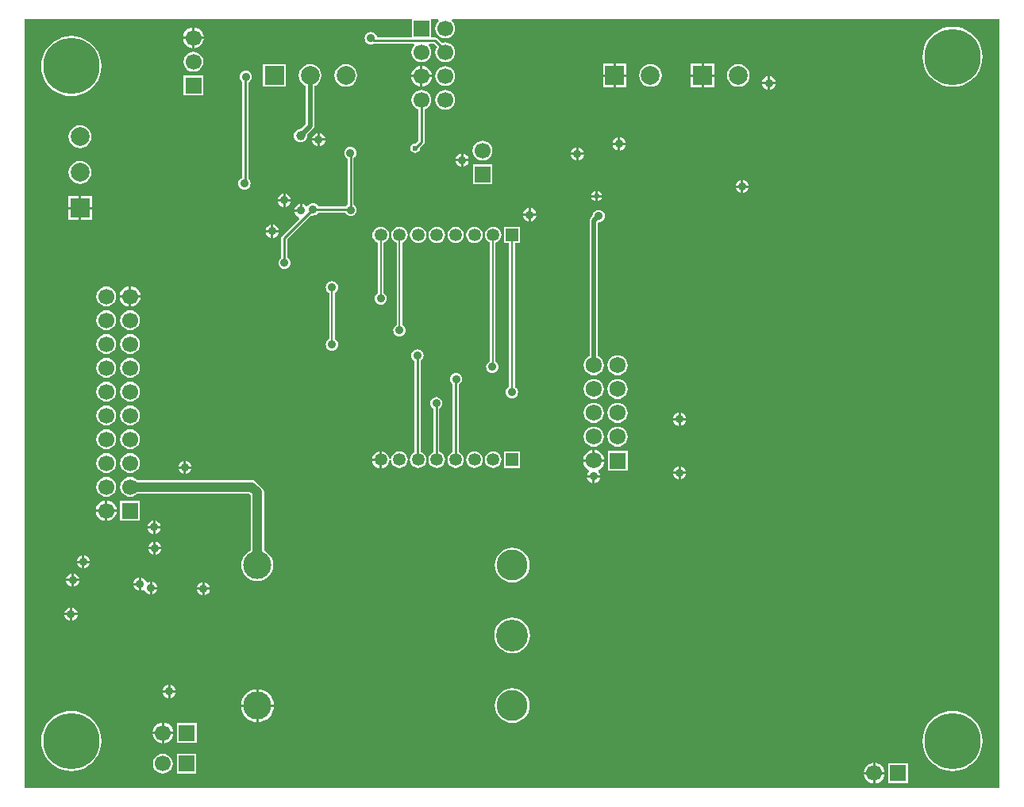
<source format=gbl>
G04*
G04 #@! TF.GenerationSoftware,Altium Limited,Altium Designer,21.4.1 (30)*
G04*
G04 Layer_Physical_Order=2*
G04 Layer_Color=16711680*
%FSLAX44Y44*%
%MOMM*%
G71*
G04*
G04 #@! TF.SameCoordinates,C757E9F2-7087-4A76-99C7-233D7C25EA9E*
G04*
G04*
G04 #@! TF.FilePolarity,Positive*
G04*
G01*
G75*
%ADD10C,0.2000*%
%ADD19C,0.2540*%
%ADD59C,0.5000*%
%ADD60C,1.0000*%
%ADD63C,6.0000*%
%ADD64R,1.7000X1.7000*%
%ADD65C,1.7000*%
%ADD66C,2.0000*%
%ADD67R,2.0000X2.0000*%
%ADD68R,2.0000X2.0000*%
%ADD69C,3.0000*%
%ADD70C,3.3000*%
%ADD71C,3.4000*%
%ADD72R,1.7000X1.7000*%
%ADD73R,1.3500X1.3500*%
%ADD74C,1.3500*%
%ADD75C,1.7250*%
%ADD76R,1.7250X1.7250*%
%ADD77C,0.9000*%
%ADD78C,1.0000*%
%ADD79C,0.6000*%
G36*
X1050000Y10000D02*
X10000D01*
Y830000D01*
X423040D01*
Y810584D01*
X385946D01*
X385833Y811447D01*
X385178Y813028D01*
X384136Y814386D01*
X382778Y815428D01*
X381197Y816083D01*
X379500Y816306D01*
X377803Y816083D01*
X376222Y815428D01*
X374864Y814386D01*
X373822Y813028D01*
X373167Y811447D01*
X372944Y809750D01*
X373167Y808053D01*
X373822Y806472D01*
X374864Y805114D01*
X376222Y804072D01*
X377803Y803417D01*
X379500Y803194D01*
X381197Y803417D01*
X382504Y803959D01*
X382718Y803916D01*
X425017D01*
X425580Y802976D01*
X425842Y801916D01*
X424368Y799995D01*
X423310Y797441D01*
X422949Y794700D01*
X423310Y791959D01*
X424368Y789405D01*
X426051Y787211D01*
X428245Y785528D01*
X430799Y784470D01*
X433540Y784109D01*
X436281Y784470D01*
X438835Y785528D01*
X441029Y787211D01*
X442712Y789405D01*
X443770Y791959D01*
X444131Y794700D01*
X443770Y797441D01*
X442712Y799995D01*
X441238Y801916D01*
X441500Y802976D01*
X442063Y803916D01*
X446599D01*
X450094Y800420D01*
X449768Y799995D01*
X448710Y797441D01*
X448349Y794700D01*
X448710Y791959D01*
X449768Y789405D01*
X451451Y787211D01*
X453645Y785528D01*
X456199Y784470D01*
X458940Y784109D01*
X461681Y784470D01*
X464235Y785528D01*
X466429Y787211D01*
X468112Y789405D01*
X469170Y791959D01*
X469531Y794700D01*
X469170Y797441D01*
X468112Y799995D01*
X466429Y802189D01*
X464235Y803872D01*
X461681Y804930D01*
X458940Y805291D01*
X456199Y804930D01*
X455362Y804583D01*
X450337Y809607D01*
X449256Y810330D01*
X447980Y810584D01*
X444040D01*
Y830000D01*
X451308D01*
X451987Y828000D01*
X451451Y827589D01*
X449768Y825395D01*
X448710Y822841D01*
X448349Y820100D01*
X448710Y817359D01*
X449768Y814805D01*
X451451Y812611D01*
X453645Y810928D01*
X456199Y809870D01*
X458940Y809509D01*
X461681Y809870D01*
X464235Y810928D01*
X466429Y812611D01*
X468112Y814805D01*
X469170Y817359D01*
X469531Y820100D01*
X469170Y822841D01*
X468112Y825395D01*
X466429Y827589D01*
X465893Y828000D01*
X466572Y830000D01*
X1050000D01*
Y10000D01*
D02*
G37*
%LPC*%
G36*
X191520Y821118D02*
Y811420D01*
X201218D01*
X201006Y813032D01*
X199893Y815718D01*
X198124Y818024D01*
X195818Y819793D01*
X193132Y820906D01*
X191520Y821118D01*
D02*
G37*
G36*
X188980D02*
X187368Y820906D01*
X184682Y819793D01*
X182376Y818024D01*
X180607Y815718D01*
X179494Y813032D01*
X179282Y811420D01*
X188980D01*
Y821118D01*
D02*
G37*
G36*
Y808880D02*
X179282D01*
X179494Y807268D01*
X180607Y804582D01*
X182376Y802276D01*
X184682Y800507D01*
X187368Y799394D01*
X188980Y799182D01*
Y808880D01*
D02*
G37*
G36*
X201218D02*
X191520D01*
Y799182D01*
X193132Y799394D01*
X195818Y800507D01*
X198124Y802276D01*
X199893Y804582D01*
X201006Y807268D01*
X201218Y808880D01*
D02*
G37*
G36*
X190250Y795341D02*
X187509Y794980D01*
X184955Y793922D01*
X182761Y792239D01*
X181078Y790045D01*
X180020Y787491D01*
X179659Y784750D01*
X180020Y782009D01*
X181078Y779455D01*
X182761Y777261D01*
X184955Y775578D01*
X187509Y774520D01*
X190250Y774159D01*
X192991Y774520D01*
X195545Y775578D01*
X197739Y777261D01*
X199422Y779455D01*
X200480Y782009D01*
X200841Y784750D01*
X200480Y787491D01*
X199422Y790045D01*
X197739Y792239D01*
X195545Y793922D01*
X192991Y794980D01*
X190250Y795341D01*
D02*
G37*
G36*
X745990Y782540D02*
X734720D01*
Y771270D01*
X745990D01*
Y782540D01*
D02*
G37*
G36*
X732180D02*
X720910D01*
Y771270D01*
X732180D01*
Y782540D01*
D02*
G37*
G36*
X652190D02*
X640920D01*
Y771270D01*
X652190D01*
Y782540D01*
D02*
G37*
G36*
X638380D02*
X627110D01*
Y771270D01*
X638380D01*
Y782540D01*
D02*
G37*
G36*
X434810Y780268D02*
Y770570D01*
X444508D01*
X444296Y772182D01*
X443183Y774868D01*
X441414Y777174D01*
X439108Y778943D01*
X436422Y780056D01*
X434810Y780268D01*
D02*
G37*
G36*
X432270D02*
X430658Y780056D01*
X427972Y778943D01*
X425666Y777174D01*
X423897Y774868D01*
X422784Y772182D01*
X422572Y770570D01*
X432270D01*
Y780268D01*
D02*
G37*
G36*
X805270Y768933D02*
Y763270D01*
X810934D01*
X810859Y763838D01*
X810149Y765550D01*
X809021Y767021D01*
X807550Y768149D01*
X805838Y768859D01*
X805270Y768933D01*
D02*
G37*
G36*
X802730D02*
X802162Y768859D01*
X800450Y768149D01*
X798979Y767021D01*
X797851Y765550D01*
X797141Y763838D01*
X797066Y763270D01*
X802730D01*
Y768933D01*
D02*
G37*
G36*
X458940Y779891D02*
X456199Y779530D01*
X453645Y778472D01*
X451451Y776789D01*
X449768Y774595D01*
X448710Y772041D01*
X448349Y769300D01*
X448710Y766559D01*
X449768Y764005D01*
X451451Y761811D01*
X453645Y760128D01*
X456199Y759070D01*
X458940Y758709D01*
X461681Y759070D01*
X464235Y760128D01*
X466429Y761811D01*
X468112Y764005D01*
X469170Y766559D01*
X469531Y769300D01*
X469170Y772041D01*
X468112Y774595D01*
X466429Y776789D01*
X464235Y778472D01*
X461681Y779530D01*
X458940Y779891D01*
D02*
G37*
G36*
X444508Y768030D02*
X434810D01*
Y758332D01*
X436422Y758544D01*
X439108Y759657D01*
X441414Y761426D01*
X443183Y763732D01*
X444296Y766418D01*
X444508Y768030D01*
D02*
G37*
G36*
X432270D02*
X422572D01*
X422784Y766418D01*
X423897Y763732D01*
X425666Y761426D01*
X427972Y759657D01*
X430658Y758544D01*
X432270Y758332D01*
Y768030D01*
D02*
G37*
G36*
X288650Y782000D02*
X264650D01*
Y758000D01*
X288650D01*
Y782000D01*
D02*
G37*
G36*
X1000000Y822099D02*
X994979Y821704D01*
X990081Y820528D01*
X985427Y818600D01*
X981133Y815969D01*
X977303Y812697D01*
X974031Y808867D01*
X971400Y804573D01*
X969472Y799919D01*
X968296Y795021D01*
X967901Y790000D01*
X968296Y784979D01*
X969472Y780081D01*
X971400Y775427D01*
X974031Y771133D01*
X977303Y767303D01*
X981133Y764031D01*
X985427Y761400D01*
X990081Y759472D01*
X994979Y758296D01*
X1000000Y757901D01*
X1005021Y758296D01*
X1009919Y759472D01*
X1014573Y761400D01*
X1018867Y764031D01*
X1022697Y767303D01*
X1025969Y771133D01*
X1028600Y775427D01*
X1030528Y780081D01*
X1031704Y784979D01*
X1032099Y790000D01*
X1031704Y795021D01*
X1030528Y799919D01*
X1028600Y804573D01*
X1025969Y808867D01*
X1022697Y812697D01*
X1018867Y815969D01*
X1014573Y818600D01*
X1009919Y820528D01*
X1005021Y821704D01*
X1000000Y822099D01*
D02*
G37*
G36*
X771550Y782104D02*
X768417Y781691D01*
X765498Y780482D01*
X762991Y778559D01*
X761068Y776052D01*
X759859Y773133D01*
X759446Y770000D01*
X759859Y766867D01*
X761068Y763948D01*
X762991Y761441D01*
X765498Y759518D01*
X768417Y758309D01*
X771550Y757896D01*
X774683Y758309D01*
X777602Y759518D01*
X780108Y761441D01*
X782032Y763948D01*
X783241Y766867D01*
X783654Y770000D01*
X783241Y773133D01*
X782032Y776052D01*
X780108Y778559D01*
X777602Y780482D01*
X774683Y781691D01*
X771550Y782104D01*
D02*
G37*
G36*
X677750D02*
X674617Y781691D01*
X671698Y780482D01*
X669192Y778559D01*
X667268Y776052D01*
X666059Y773133D01*
X665646Y770000D01*
X666059Y766867D01*
X667268Y763948D01*
X669192Y761441D01*
X671698Y759518D01*
X674617Y758309D01*
X677750Y757896D01*
X680883Y758309D01*
X683802Y759518D01*
X686309Y761441D01*
X688232Y763948D01*
X689441Y766867D01*
X689854Y770000D01*
X689441Y773133D01*
X688232Y776052D01*
X686309Y778559D01*
X683802Y780482D01*
X680883Y781691D01*
X677750Y782104D01*
D02*
G37*
G36*
X352850D02*
X349717Y781691D01*
X346798Y780482D01*
X344291Y778559D01*
X342368Y776052D01*
X341159Y773133D01*
X340746Y770000D01*
X341159Y766867D01*
X342368Y763948D01*
X344291Y761441D01*
X346798Y759518D01*
X349717Y758309D01*
X352850Y757896D01*
X355983Y758309D01*
X358902Y759518D01*
X361409Y761441D01*
X363332Y763948D01*
X364541Y766867D01*
X364953Y770000D01*
X364541Y773133D01*
X363332Y776052D01*
X361409Y778559D01*
X358902Y780482D01*
X355983Y781691D01*
X352850Y782104D01*
D02*
G37*
G36*
X745990Y768730D02*
X734720D01*
Y757460D01*
X745990D01*
Y768730D01*
D02*
G37*
G36*
X732180D02*
X720910D01*
Y757460D01*
X732180D01*
Y768730D01*
D02*
G37*
G36*
X652190D02*
X640920D01*
Y757460D01*
X652190D01*
Y768730D01*
D02*
G37*
G36*
X638380D02*
X627110D01*
Y757460D01*
X638380D01*
Y768730D01*
D02*
G37*
G36*
X810934Y760730D02*
X805270D01*
Y755067D01*
X805838Y755141D01*
X807550Y755851D01*
X809021Y756979D01*
X810149Y758450D01*
X810859Y760162D01*
X810934Y760730D01*
D02*
G37*
G36*
X802730D02*
X797066D01*
X797141Y760162D01*
X797851Y758450D01*
X798979Y756979D01*
X800450Y755851D01*
X802162Y755141D01*
X802730Y755067D01*
Y760730D01*
D02*
G37*
G36*
X200750Y769850D02*
X179750D01*
Y748850D01*
X200750D01*
Y769850D01*
D02*
G37*
G36*
X60000Y812099D02*
X54979Y811704D01*
X50081Y810528D01*
X45427Y808600D01*
X41133Y805969D01*
X37303Y802697D01*
X34031Y798867D01*
X31400Y794573D01*
X29472Y789919D01*
X28296Y785021D01*
X27901Y780000D01*
X28296Y774979D01*
X29472Y770081D01*
X31400Y765427D01*
X34031Y761133D01*
X37303Y757303D01*
X41133Y754031D01*
X45427Y751400D01*
X50081Y749472D01*
X54979Y748296D01*
X60000Y747901D01*
X65021Y748296D01*
X69919Y749472D01*
X74573Y751400D01*
X78867Y754031D01*
X82697Y757303D01*
X85969Y761133D01*
X88600Y765427D01*
X90528Y770081D01*
X91704Y774979D01*
X92099Y780000D01*
X91704Y785021D01*
X90528Y789919D01*
X88600Y794573D01*
X85969Y798867D01*
X82697Y802697D01*
X78867Y805969D01*
X74573Y808600D01*
X69919Y810528D01*
X65021Y811704D01*
X60000Y812099D01*
D02*
G37*
G36*
X458940Y754491D02*
X456199Y754130D01*
X453645Y753072D01*
X451451Y751389D01*
X449768Y749195D01*
X448710Y746641D01*
X448349Y743900D01*
X448710Y741159D01*
X449768Y738605D01*
X451451Y736411D01*
X453645Y734728D01*
X456199Y733670D01*
X458940Y733309D01*
X461681Y733670D01*
X464235Y734728D01*
X466429Y736411D01*
X468112Y738605D01*
X469170Y741159D01*
X469531Y743900D01*
X469170Y746641D01*
X468112Y749195D01*
X466429Y751389D01*
X464235Y753072D01*
X461681Y754130D01*
X458940Y754491D01*
D02*
G37*
G36*
X314750Y782104D02*
X311617Y781691D01*
X308698Y780482D01*
X306192Y778559D01*
X304268Y776052D01*
X303059Y773133D01*
X302646Y770000D01*
X303059Y766867D01*
X304268Y763948D01*
X306192Y761441D01*
X308698Y759518D01*
X310162Y758912D01*
Y718150D01*
X305005Y712994D01*
X304500Y713060D01*
X302673Y712820D01*
X300970Y712114D01*
X299508Y710993D01*
X298386Y709530D01*
X297680Y707827D01*
X297440Y706000D01*
X297680Y704173D01*
X298386Y702470D01*
X299508Y701008D01*
X300970Y699885D01*
X302673Y699180D01*
X304500Y698940D01*
X306327Y699180D01*
X308030Y699885D01*
X309492Y701008D01*
X310614Y702470D01*
X311320Y704173D01*
X311560Y706000D01*
X311494Y706505D01*
X317994Y713006D01*
X318989Y714494D01*
X319338Y716250D01*
Y758912D01*
X320802Y759518D01*
X323308Y761441D01*
X325232Y763948D01*
X326441Y766867D01*
X326854Y770000D01*
X326441Y773133D01*
X325232Y776052D01*
X323308Y778559D01*
X320802Y780482D01*
X317883Y781691D01*
X314750Y782104D01*
D02*
G37*
G36*
X325200Y708644D02*
Y702980D01*
X330864D01*
X330789Y703548D01*
X330079Y705260D01*
X328951Y706731D01*
X327480Y707859D01*
X325768Y708569D01*
X325200Y708644D01*
D02*
G37*
G36*
X322660D02*
X322092Y708569D01*
X320380Y707859D01*
X318909Y706731D01*
X317781Y705260D01*
X317071Y703548D01*
X316996Y702980D01*
X322660D01*
Y708644D01*
D02*
G37*
G36*
X645420Y703904D02*
Y698240D01*
X651084D01*
X651009Y698808D01*
X650299Y700520D01*
X649171Y701991D01*
X647700Y703119D01*
X645988Y703829D01*
X645420Y703904D01*
D02*
G37*
G36*
X642880D02*
X642312Y703829D01*
X640600Y703119D01*
X639129Y701991D01*
X638001Y700520D01*
X637291Y698808D01*
X637216Y698240D01*
X642880D01*
Y703904D01*
D02*
G37*
G36*
X433540Y754491D02*
X430799Y754130D01*
X428245Y753072D01*
X426051Y751389D01*
X424368Y749195D01*
X423310Y746641D01*
X422949Y743900D01*
X423310Y741159D01*
X424368Y738605D01*
X426051Y736411D01*
X428245Y734728D01*
X430206Y733916D01*
Y700671D01*
X427069Y697534D01*
X426750Y697598D01*
X424799Y697210D01*
X423145Y696105D01*
X422040Y694451D01*
X421652Y692500D01*
X422040Y690549D01*
X423145Y688895D01*
X424799Y687790D01*
X426750Y687402D01*
X428701Y687790D01*
X430355Y688895D01*
X431460Y690549D01*
X431848Y692500D01*
X431784Y692819D01*
X435897Y696933D01*
X436620Y698014D01*
X436874Y699290D01*
Y733916D01*
X438835Y734728D01*
X441029Y736411D01*
X442712Y738605D01*
X443770Y741159D01*
X444131Y743900D01*
X443770Y746641D01*
X442712Y749195D01*
X441029Y751389D01*
X438835Y753072D01*
X436281Y754130D01*
X433540Y754491D01*
D02*
G37*
G36*
X330864Y700440D02*
X325200D01*
Y694777D01*
X325768Y694851D01*
X327480Y695561D01*
X328951Y696689D01*
X330079Y698160D01*
X330789Y699872D01*
X330864Y700440D01*
D02*
G37*
G36*
X322660D02*
X316996D01*
X317071Y699872D01*
X317781Y698160D01*
X318909Y696689D01*
X320380Y695561D01*
X322092Y694851D01*
X322660Y694777D01*
Y700440D01*
D02*
G37*
G36*
X69250Y716854D02*
X66117Y716441D01*
X63198Y715232D01*
X60691Y713308D01*
X58768Y710802D01*
X57559Y707883D01*
X57146Y704750D01*
X57559Y701617D01*
X58768Y698698D01*
X60691Y696191D01*
X63198Y694268D01*
X66117Y693059D01*
X69250Y692646D01*
X72383Y693059D01*
X75302Y694268D01*
X77808Y696191D01*
X79732Y698698D01*
X80941Y701617D01*
X81354Y704750D01*
X80941Y707883D01*
X79732Y710802D01*
X77808Y713308D01*
X75302Y715232D01*
X72383Y716441D01*
X69250Y716854D01*
D02*
G37*
G36*
X651084Y695700D02*
X645420D01*
Y690036D01*
X645988Y690111D01*
X647700Y690821D01*
X649171Y691949D01*
X650299Y693420D01*
X651009Y695132D01*
X651084Y695700D01*
D02*
G37*
G36*
X642880D02*
X637216D01*
X637291Y695132D01*
X638001Y693420D01*
X639129Y691949D01*
X640600Y690821D01*
X642312Y690111D01*
X642880Y690036D01*
Y695700D01*
D02*
G37*
G36*
X601060Y693254D02*
Y687590D01*
X606724D01*
X606649Y688158D01*
X605939Y689870D01*
X604811Y691341D01*
X603340Y692469D01*
X601628Y693179D01*
X601060Y693254D01*
D02*
G37*
G36*
X598520D02*
X597952Y693179D01*
X596240Y692469D01*
X594769Y691341D01*
X593641Y689870D01*
X592931Y688158D01*
X592856Y687590D01*
X598520D01*
Y693254D01*
D02*
G37*
G36*
X478270Y686764D02*
Y681100D01*
X483934D01*
X483859Y681668D01*
X483149Y683380D01*
X482021Y684851D01*
X480550Y685979D01*
X478838Y686689D01*
X478270Y686764D01*
D02*
G37*
G36*
X475730D02*
X475162Y686689D01*
X473450Y685979D01*
X471979Y684851D01*
X470851Y683380D01*
X470141Y681668D01*
X470066Y681100D01*
X475730D01*
Y686764D01*
D02*
G37*
G36*
X606724Y685050D02*
X601060D01*
Y679387D01*
X601628Y679461D01*
X603340Y680171D01*
X604811Y681299D01*
X605939Y682770D01*
X606649Y684482D01*
X606724Y685050D01*
D02*
G37*
G36*
X598520D02*
X592856D01*
X592931Y684482D01*
X593641Y682770D01*
X594769Y681299D01*
X596240Y680171D01*
X597952Y679461D01*
X598520Y679387D01*
Y685050D01*
D02*
G37*
G36*
X498750Y700541D02*
X496009Y700180D01*
X493455Y699122D01*
X491261Y697439D01*
X489578Y695245D01*
X488520Y692691D01*
X488159Y689950D01*
X488520Y687209D01*
X489578Y684655D01*
X491261Y682461D01*
X493455Y680778D01*
X496009Y679720D01*
X498750Y679359D01*
X501491Y679720D01*
X504045Y680778D01*
X506239Y682461D01*
X507922Y684655D01*
X508980Y687209D01*
X509341Y689950D01*
X508980Y692691D01*
X507922Y695245D01*
X506239Y697439D01*
X504045Y699122D01*
X501491Y700180D01*
X498750Y700541D01*
D02*
G37*
G36*
X483934Y678560D02*
X478270D01*
Y672896D01*
X478838Y672971D01*
X480550Y673681D01*
X482021Y674809D01*
X483149Y676280D01*
X483859Y677992D01*
X483934Y678560D01*
D02*
G37*
G36*
X475730D02*
X470066D01*
X470141Y677992D01*
X470851Y676280D01*
X471979Y674809D01*
X473450Y673681D01*
X475162Y672971D01*
X475730Y672896D01*
Y678560D01*
D02*
G37*
G36*
X69250Y678754D02*
X66117Y678341D01*
X63198Y677132D01*
X60691Y675209D01*
X58768Y672702D01*
X57559Y669783D01*
X57146Y666650D01*
X57559Y663517D01*
X58768Y660598D01*
X60691Y658092D01*
X63198Y656168D01*
X66117Y654959D01*
X69250Y654547D01*
X72383Y654959D01*
X75302Y656168D01*
X77808Y658092D01*
X79732Y660598D01*
X80941Y663517D01*
X81354Y666650D01*
X80941Y669783D01*
X79732Y672702D01*
X77808Y675209D01*
X75302Y677132D01*
X72383Y678341D01*
X69250Y678754D01*
D02*
G37*
G36*
X509250Y675050D02*
X488250D01*
Y654050D01*
X509250D01*
Y675050D01*
D02*
G37*
G36*
X776810Y658503D02*
Y652840D01*
X782474D01*
X782399Y653408D01*
X781689Y655120D01*
X780561Y656591D01*
X779090Y657719D01*
X777378Y658429D01*
X776810Y658503D01*
D02*
G37*
G36*
X774270D02*
X773702Y658429D01*
X771990Y657719D01*
X770519Y656591D01*
X769391Y655120D01*
X768681Y653408D01*
X768606Y652840D01*
X774270D01*
Y658503D01*
D02*
G37*
G36*
X246250Y775306D02*
X244553Y775083D01*
X242972Y774428D01*
X241614Y773386D01*
X240572Y772028D01*
X239917Y770447D01*
X239694Y768750D01*
X239917Y767053D01*
X240572Y765472D01*
X241614Y764114D01*
X242131Y763718D01*
Y660770D01*
X241402Y660468D01*
X240044Y659426D01*
X239002Y658068D01*
X238347Y656487D01*
X238124Y654790D01*
X238347Y653093D01*
X239002Y651512D01*
X240044Y650154D01*
X241402Y649112D01*
X242983Y648457D01*
X244680Y648234D01*
X246377Y648457D01*
X247958Y649112D01*
X249316Y650154D01*
X250358Y651512D01*
X251013Y653093D01*
X251236Y654790D01*
X251013Y656487D01*
X250358Y658068D01*
X249316Y659426D01*
X248799Y659822D01*
Y762770D01*
X249528Y763072D01*
X250886Y764114D01*
X251928Y765472D01*
X252583Y767053D01*
X252806Y768750D01*
X252583Y770447D01*
X251928Y772028D01*
X250886Y773386D01*
X249528Y774428D01*
X247947Y775083D01*
X246250Y775306D01*
D02*
G37*
G36*
X782474Y650300D02*
X776810D01*
Y644637D01*
X777378Y644711D01*
X779090Y645421D01*
X780561Y646549D01*
X781689Y648020D01*
X782399Y649732D01*
X782474Y650300D01*
D02*
G37*
G36*
X774270D02*
X768606D01*
X768681Y649732D01*
X769391Y648020D01*
X770519Y646549D01*
X771990Y645421D01*
X773702Y644711D01*
X774270Y644637D01*
Y650300D01*
D02*
G37*
G36*
X621560Y646716D02*
Y642590D01*
X625686D01*
X625509Y643482D01*
X624284Y645314D01*
X622452Y646539D01*
X621560Y646716D01*
D02*
G37*
G36*
X619020D02*
X618128Y646539D01*
X616296Y645314D01*
X615071Y643482D01*
X614894Y642590D01*
X619020D01*
Y646716D01*
D02*
G37*
G36*
X288450Y643724D02*
Y638060D01*
X294114D01*
X294039Y638628D01*
X293329Y640340D01*
X292201Y641811D01*
X290730Y642939D01*
X289018Y643649D01*
X288450Y643724D01*
D02*
G37*
G36*
X285910D02*
X285342Y643649D01*
X283630Y642939D01*
X282159Y641811D01*
X281031Y640340D01*
X280321Y638628D01*
X280247Y638060D01*
X285910D01*
Y643724D01*
D02*
G37*
G36*
X625686Y640050D02*
X621560D01*
Y635924D01*
X622452Y636101D01*
X624284Y637326D01*
X625509Y639158D01*
X625686Y640050D01*
D02*
G37*
G36*
X619020D02*
X614894D01*
X615071Y639158D01*
X616296Y637326D01*
X618128Y636101D01*
X619020Y635924D01*
Y640050D01*
D02*
G37*
G36*
X357680Y693846D02*
X355983Y693623D01*
X354402Y692968D01*
X353044Y691926D01*
X352002Y690568D01*
X351347Y688987D01*
X351124Y687290D01*
X351347Y685593D01*
X352002Y684012D01*
X353044Y682654D01*
X354402Y681612D01*
X354471Y681584D01*
Y632079D01*
X353294Y631176D01*
X352499Y630139D01*
X323694D01*
X323608Y630348D01*
X322566Y631706D01*
X321208Y632748D01*
X319627Y633403D01*
X317930Y633626D01*
X316233Y633403D01*
X314652Y632748D01*
X313294Y631706D01*
X312665Y630886D01*
X310858Y630624D01*
X310252Y630745D01*
X310201Y630811D01*
X308730Y631939D01*
X307018Y632649D01*
X306450Y632724D01*
Y625790D01*
X305180D01*
Y624520D01*
X298246D01*
X298321Y623952D01*
X299031Y622240D01*
X300159Y620769D01*
X301630Y619641D01*
X302568Y619252D01*
X303228Y617083D01*
X285093Y598947D01*
X284370Y597866D01*
X284116Y596590D01*
Y575555D01*
X282814Y574556D01*
X281772Y573198D01*
X281117Y571617D01*
X280894Y569920D01*
X281117Y568223D01*
X281772Y566642D01*
X282814Y565284D01*
X284172Y564242D01*
X285753Y563587D01*
X287450Y563364D01*
X289147Y563587D01*
X290728Y564242D01*
X292086Y565284D01*
X293128Y566642D01*
X293783Y568223D01*
X294006Y569920D01*
X293783Y571617D01*
X293128Y573198D01*
X292086Y574556D01*
X290784Y575555D01*
Y595209D01*
X316303Y620728D01*
X317930Y620514D01*
X319627Y620737D01*
X321208Y621392D01*
X322566Y622434D01*
X323361Y623471D01*
X352166D01*
X352252Y623262D01*
X353294Y621904D01*
X354652Y620862D01*
X356233Y620207D01*
X357930Y619984D01*
X359627Y620207D01*
X361208Y620862D01*
X362566Y621904D01*
X363608Y623262D01*
X364263Y624843D01*
X364486Y626540D01*
X364263Y628237D01*
X363608Y629818D01*
X362566Y631176D01*
X361208Y632218D01*
X361139Y632246D01*
Y681751D01*
X362316Y682654D01*
X363358Y684012D01*
X364013Y685593D01*
X364236Y687290D01*
X364013Y688987D01*
X363358Y690568D01*
X362316Y691926D01*
X360958Y692968D01*
X359377Y693623D01*
X357680Y693846D01*
D02*
G37*
G36*
X294114Y635520D02*
X288450D01*
Y629856D01*
X289018Y629931D01*
X290730Y630641D01*
X292201Y631769D01*
X293329Y633240D01*
X294039Y634952D01*
X294114Y635520D01*
D02*
G37*
G36*
X285910D02*
X280247D01*
X280321Y634952D01*
X281031Y633240D01*
X282159Y631769D01*
X283630Y630641D01*
X285342Y629931D01*
X285910Y629856D01*
Y635520D01*
D02*
G37*
G36*
X81790Y641090D02*
X70520D01*
Y629820D01*
X81790D01*
Y641090D01*
D02*
G37*
G36*
X67980D02*
X56710D01*
Y629820D01*
X67980D01*
Y641090D01*
D02*
G37*
G36*
X303910Y632724D02*
X303342Y632649D01*
X301630Y631939D01*
X300159Y630811D01*
X299031Y629340D01*
X298321Y627628D01*
X298246Y627060D01*
X303910D01*
Y632724D01*
D02*
G37*
G36*
X550300Y628464D02*
Y622800D01*
X555964D01*
X555889Y623368D01*
X555179Y625080D01*
X554051Y626551D01*
X552580Y627679D01*
X550868Y628389D01*
X550300Y628464D01*
D02*
G37*
G36*
X547760D02*
X547192Y628389D01*
X545480Y627679D01*
X544009Y626551D01*
X542881Y625080D01*
X542171Y623368D01*
X542096Y622800D01*
X547760D01*
Y628464D01*
D02*
G37*
G36*
X81790Y627280D02*
X70520D01*
Y616010D01*
X81790D01*
Y627280D01*
D02*
G37*
G36*
X67980D02*
X56710D01*
Y616010D01*
X67980D01*
Y627280D01*
D02*
G37*
G36*
X555964Y620260D02*
X550300D01*
Y614596D01*
X550868Y614671D01*
X552580Y615381D01*
X554051Y616509D01*
X555179Y617980D01*
X555889Y619692D01*
X555964Y620260D01*
D02*
G37*
G36*
X547760D02*
X542096D01*
X542171Y619692D01*
X542881Y617980D01*
X544009Y616509D01*
X545480Y615381D01*
X547192Y614671D01*
X547760Y614596D01*
Y620260D01*
D02*
G37*
G36*
X275450Y610723D02*
Y605060D01*
X281114D01*
X281039Y605628D01*
X280329Y607340D01*
X279201Y608811D01*
X277730Y609939D01*
X276018Y610649D01*
X275450Y610723D01*
D02*
G37*
G36*
X272910D02*
X272342Y610649D01*
X270630Y609939D01*
X269159Y608811D01*
X268031Y607340D01*
X267321Y605628D01*
X267246Y605060D01*
X272910D01*
Y610723D01*
D02*
G37*
G36*
X281114Y602520D02*
X275450D01*
Y596856D01*
X276018Y596931D01*
X277730Y597641D01*
X279201Y598769D01*
X280329Y600240D01*
X281039Y601952D01*
X281114Y602520D01*
D02*
G37*
G36*
X272910D02*
X267246D01*
X267321Y601952D01*
X268031Y600240D01*
X269159Y598769D01*
X270630Y597641D01*
X272342Y596931D01*
X272910Y596856D01*
Y602520D01*
D02*
G37*
G36*
X490000Y608825D02*
X487716Y608525D01*
X485587Y607643D01*
X483759Y606241D01*
X482357Y604413D01*
X481475Y602284D01*
X481175Y600000D01*
X481475Y597716D01*
X482357Y595587D01*
X483759Y593759D01*
X485587Y592357D01*
X487716Y591475D01*
X490000Y591175D01*
X492284Y591475D01*
X494413Y592357D01*
X496241Y593759D01*
X497643Y595587D01*
X498525Y597716D01*
X498825Y600000D01*
X498525Y602284D01*
X497643Y604413D01*
X496241Y606241D01*
X494413Y607643D01*
X492284Y608525D01*
X490000Y608825D01*
D02*
G37*
G36*
X470000D02*
X467716Y608525D01*
X465587Y607643D01*
X463759Y606241D01*
X462357Y604413D01*
X461475Y602284D01*
X461175Y600000D01*
X461475Y597716D01*
X462357Y595587D01*
X463759Y593759D01*
X465587Y592357D01*
X467716Y591475D01*
X470000Y591175D01*
X472284Y591475D01*
X474413Y592357D01*
X476241Y593759D01*
X477643Y595587D01*
X478525Y597716D01*
X478825Y600000D01*
X478525Y602284D01*
X477643Y604413D01*
X476241Y606241D01*
X474413Y607643D01*
X472284Y608525D01*
X470000Y608825D01*
D02*
G37*
G36*
X450000D02*
X447716Y608525D01*
X445587Y607643D01*
X443759Y606241D01*
X442357Y604413D01*
X441475Y602284D01*
X441175Y600000D01*
X441475Y597716D01*
X442357Y595587D01*
X443759Y593759D01*
X445587Y592357D01*
X447716Y591475D01*
X450000Y591175D01*
X452284Y591475D01*
X454413Y592357D01*
X456241Y593759D01*
X457643Y595587D01*
X458525Y597716D01*
X458825Y600000D01*
X458525Y602284D01*
X457643Y604413D01*
X456241Y606241D01*
X454413Y607643D01*
X452284Y608525D01*
X450000Y608825D01*
D02*
G37*
G36*
X430000D02*
X427716Y608525D01*
X425587Y607643D01*
X423759Y606241D01*
X422357Y604413D01*
X421475Y602284D01*
X421175Y600000D01*
X421475Y597716D01*
X422357Y595587D01*
X423759Y593759D01*
X425587Y592357D01*
X427716Y591475D01*
X430000Y591175D01*
X432284Y591475D01*
X434413Y592357D01*
X436241Y593759D01*
X437643Y595587D01*
X438525Y597716D01*
X438825Y600000D01*
X438525Y602284D01*
X437643Y604413D01*
X436241Y606241D01*
X434413Y607643D01*
X432284Y608525D01*
X430000Y608825D01*
D02*
G37*
G36*
X123970Y545268D02*
Y535570D01*
X133668D01*
X133456Y537182D01*
X132343Y539868D01*
X130574Y542174D01*
X128268Y543943D01*
X125582Y545056D01*
X123970Y545268D01*
D02*
G37*
G36*
X121430D02*
X119818Y545056D01*
X117132Y543943D01*
X114826Y542174D01*
X113057Y539868D01*
X111944Y537182D01*
X111732Y535570D01*
X121430D01*
Y545268D01*
D02*
G37*
G36*
X390000Y608825D02*
X387716Y608525D01*
X385587Y607643D01*
X383759Y606241D01*
X382357Y604413D01*
X381475Y602284D01*
X381175Y600000D01*
X381475Y597716D01*
X382357Y595587D01*
X383759Y593759D01*
X385587Y592357D01*
X386941Y591796D01*
Y537769D01*
X386722Y537678D01*
X385364Y536636D01*
X384322Y535278D01*
X383667Y533697D01*
X383444Y532000D01*
X383667Y530303D01*
X384322Y528722D01*
X385364Y527364D01*
X386722Y526322D01*
X388303Y525667D01*
X390000Y525444D01*
X391697Y525667D01*
X393278Y526322D01*
X394636Y527364D01*
X395678Y528722D01*
X396333Y530303D01*
X396556Y532000D01*
X396333Y533697D01*
X395678Y535278D01*
X394636Y536636D01*
X393278Y537678D01*
X393059Y537769D01*
Y591796D01*
X394413Y592357D01*
X396241Y593759D01*
X397643Y595587D01*
X398525Y597716D01*
X398825Y600000D01*
X398525Y602284D01*
X397643Y604413D01*
X396241Y606241D01*
X394413Y607643D01*
X392284Y608525D01*
X390000Y608825D01*
D02*
G37*
G36*
X97300Y544891D02*
X94559Y544530D01*
X92005Y543472D01*
X89811Y541789D01*
X88128Y539595D01*
X87070Y537041D01*
X86709Y534300D01*
X87070Y531559D01*
X88128Y529005D01*
X89811Y526811D01*
X92005Y525128D01*
X94559Y524070D01*
X97300Y523709D01*
X100041Y524070D01*
X102595Y525128D01*
X104789Y526811D01*
X106472Y529005D01*
X107530Y531559D01*
X107891Y534300D01*
X107530Y537041D01*
X106472Y539595D01*
X104789Y541789D01*
X102595Y543472D01*
X100041Y544530D01*
X97300Y544891D01*
D02*
G37*
G36*
X121430Y533030D02*
X111732D01*
X111944Y531418D01*
X113057Y528732D01*
X114826Y526426D01*
X117132Y524657D01*
X119818Y523544D01*
X121430Y523332D01*
Y533030D01*
D02*
G37*
G36*
X133668D02*
X123970D01*
Y523332D01*
X125582Y523544D01*
X128268Y524657D01*
X130574Y526426D01*
X132343Y528732D01*
X133456Y531418D01*
X133668Y533030D01*
D02*
G37*
G36*
X122700Y519491D02*
X119959Y519130D01*
X117405Y518072D01*
X115211Y516389D01*
X113528Y514195D01*
X112470Y511641D01*
X112109Y508900D01*
X112470Y506159D01*
X113528Y503605D01*
X115211Y501411D01*
X117405Y499728D01*
X119959Y498670D01*
X122700Y498309D01*
X125441Y498670D01*
X127995Y499728D01*
X130189Y501411D01*
X131872Y503605D01*
X132930Y506159D01*
X133291Y508900D01*
X132930Y511641D01*
X131872Y514195D01*
X130189Y516389D01*
X127995Y518072D01*
X125441Y519130D01*
X122700Y519491D01*
D02*
G37*
G36*
X97300D02*
X94559Y519130D01*
X92005Y518072D01*
X89811Y516389D01*
X88128Y514195D01*
X87070Y511641D01*
X86709Y508900D01*
X87070Y506159D01*
X88128Y503605D01*
X89811Y501411D01*
X92005Y499728D01*
X94559Y498670D01*
X97300Y498309D01*
X100041Y498670D01*
X102595Y499728D01*
X104789Y501411D01*
X106472Y503605D01*
X107530Y506159D01*
X107891Y508900D01*
X107530Y511641D01*
X106472Y514195D01*
X104789Y516389D01*
X102595Y518072D01*
X100041Y519130D01*
X97300Y519491D01*
D02*
G37*
G36*
X410000Y608825D02*
X407716Y608525D01*
X405587Y607643D01*
X403759Y606241D01*
X402357Y604413D01*
X401475Y602284D01*
X401175Y600000D01*
X401475Y597716D01*
X402357Y595587D01*
X403759Y593759D01*
X405587Y592357D01*
X406941Y591796D01*
Y503769D01*
X406722Y503678D01*
X405364Y502636D01*
X404322Y501278D01*
X403667Y499697D01*
X403444Y498000D01*
X403667Y496303D01*
X404322Y494722D01*
X405364Y493364D01*
X406722Y492322D01*
X408303Y491667D01*
X410000Y491444D01*
X411697Y491667D01*
X413278Y492322D01*
X414636Y493364D01*
X415678Y494722D01*
X416333Y496303D01*
X416556Y498000D01*
X416333Y499697D01*
X415678Y501278D01*
X414636Y502636D01*
X413278Y503678D01*
X413059Y503769D01*
Y591796D01*
X414413Y592357D01*
X416241Y593759D01*
X417643Y595587D01*
X418525Y597716D01*
X418825Y600000D01*
X418525Y602284D01*
X417643Y604413D01*
X416241Y606241D01*
X414413Y607643D01*
X412284Y608525D01*
X410000Y608825D01*
D02*
G37*
G36*
X338000Y550556D02*
X336303Y550333D01*
X334722Y549678D01*
X333364Y548636D01*
X332322Y547278D01*
X331667Y545697D01*
X331444Y544000D01*
X331667Y542303D01*
X332322Y540722D01*
X333364Y539364D01*
X334722Y538322D01*
X334941Y538232D01*
Y488769D01*
X334722Y488678D01*
X333364Y487636D01*
X332322Y486278D01*
X331667Y484697D01*
X331444Y483000D01*
X331667Y481303D01*
X332322Y479722D01*
X333364Y478364D01*
X334722Y477322D01*
X336303Y476667D01*
X338000Y476444D01*
X339697Y476667D01*
X341278Y477322D01*
X342636Y478364D01*
X343678Y479722D01*
X344333Y481303D01*
X344556Y483000D01*
X344333Y484697D01*
X343678Y486278D01*
X342636Y487636D01*
X341278Y488678D01*
X341059Y488769D01*
Y538232D01*
X341278Y538322D01*
X342636Y539364D01*
X343678Y540722D01*
X344333Y542303D01*
X344556Y544000D01*
X344333Y545697D01*
X343678Y547278D01*
X342636Y548636D01*
X341278Y549678D01*
X339697Y550333D01*
X338000Y550556D01*
D02*
G37*
G36*
X122700Y494091D02*
X119959Y493730D01*
X117405Y492672D01*
X115211Y490989D01*
X113528Y488795D01*
X112470Y486241D01*
X112109Y483500D01*
X112470Y480759D01*
X113528Y478205D01*
X115211Y476011D01*
X117405Y474328D01*
X119959Y473270D01*
X122700Y472909D01*
X125441Y473270D01*
X127995Y474328D01*
X130189Y476011D01*
X131872Y478205D01*
X132930Y480759D01*
X133291Y483500D01*
X132930Y486241D01*
X131872Y488795D01*
X130189Y490989D01*
X127995Y492672D01*
X125441Y493730D01*
X122700Y494091D01*
D02*
G37*
G36*
X97300D02*
X94559Y493730D01*
X92005Y492672D01*
X89811Y490989D01*
X88128Y488795D01*
X87070Y486241D01*
X86709Y483500D01*
X87070Y480759D01*
X88128Y478205D01*
X89811Y476011D01*
X92005Y474328D01*
X94559Y473270D01*
X97300Y472909D01*
X100041Y473270D01*
X102595Y474328D01*
X104789Y476011D01*
X106472Y478205D01*
X107530Y480759D01*
X107891Y483500D01*
X107530Y486241D01*
X106472Y488795D01*
X104789Y490989D01*
X102595Y492672D01*
X100041Y493730D01*
X97300Y494091D01*
D02*
G37*
G36*
X510000Y608825D02*
X507716Y608525D01*
X505587Y607643D01*
X503759Y606241D01*
X502357Y604413D01*
X501475Y602284D01*
X501175Y600000D01*
X501475Y597716D01*
X502357Y595587D01*
X503759Y593759D01*
X505587Y592357D01*
X506441Y592003D01*
Y464976D01*
X505722Y464678D01*
X504364Y463636D01*
X503322Y462278D01*
X502667Y460697D01*
X502444Y459000D01*
X502667Y457303D01*
X503322Y455722D01*
X504364Y454364D01*
X505722Y453322D01*
X507303Y452667D01*
X509000Y452444D01*
X510697Y452667D01*
X512278Y453322D01*
X513636Y454364D01*
X514678Y455722D01*
X515333Y457303D01*
X515556Y459000D01*
X515333Y460697D01*
X514678Y462278D01*
X513636Y463636D01*
X512559Y464462D01*
Y591589D01*
X514413Y592357D01*
X516241Y593759D01*
X517643Y595587D01*
X518525Y597716D01*
X518825Y600000D01*
X518525Y602284D01*
X517643Y604413D01*
X516241Y606241D01*
X514413Y607643D01*
X512284Y608525D01*
X510000Y608825D01*
D02*
G37*
G36*
X642700Y471517D02*
X639926Y471152D01*
X637342Y470081D01*
X635122Y468378D01*
X633419Y466158D01*
X632349Y463574D01*
X631983Y460800D01*
X632349Y458026D01*
X633419Y455442D01*
X635122Y453222D01*
X637342Y451519D01*
X639926Y450448D01*
X642700Y450083D01*
X645474Y450448D01*
X648058Y451519D01*
X650278Y453222D01*
X651981Y455442D01*
X653052Y458026D01*
X653417Y460800D01*
X653052Y463574D01*
X651981Y466158D01*
X650278Y468378D01*
X648058Y470081D01*
X645474Y471152D01*
X642700Y471517D01*
D02*
G37*
G36*
X622500Y626535D02*
X620803Y626312D01*
X619222Y625657D01*
X617864Y624615D01*
X616822Y623257D01*
X616167Y621676D01*
X615944Y619979D01*
X615952Y619920D01*
X614056Y618024D01*
X613061Y616535D01*
X612712Y614779D01*
Y470400D01*
X611942Y470081D01*
X609722Y468378D01*
X608019Y466158D01*
X606949Y463574D01*
X606583Y460800D01*
X606949Y458026D01*
X608019Y455442D01*
X609722Y453222D01*
X611942Y451519D01*
X614526Y450448D01*
X617300Y450083D01*
X620074Y450448D01*
X622658Y451519D01*
X624878Y453222D01*
X626581Y455442D01*
X627652Y458026D01*
X628017Y460800D01*
X627652Y463574D01*
X626581Y466158D01*
X624878Y468378D01*
X622658Y470081D01*
X621888Y470400D01*
Y611616D01*
X622500Y613423D01*
X624197Y613647D01*
X625778Y614302D01*
X627136Y615344D01*
X628178Y616701D01*
X628833Y618283D01*
X629056Y619979D01*
X628833Y621676D01*
X628178Y623257D01*
X627136Y624615D01*
X625778Y625657D01*
X624197Y626312D01*
X622500Y626535D01*
D02*
G37*
G36*
X122700Y468691D02*
X119959Y468330D01*
X117405Y467272D01*
X115211Y465589D01*
X113528Y463395D01*
X112470Y460841D01*
X112109Y458100D01*
X112470Y455359D01*
X113528Y452805D01*
X115211Y450611D01*
X117405Y448928D01*
X119959Y447870D01*
X122700Y447509D01*
X125441Y447870D01*
X127995Y448928D01*
X130189Y450611D01*
X131872Y452805D01*
X132930Y455359D01*
X133291Y458100D01*
X132930Y460841D01*
X131872Y463395D01*
X130189Y465589D01*
X127995Y467272D01*
X125441Y468330D01*
X122700Y468691D01*
D02*
G37*
G36*
X97300D02*
X94559Y468330D01*
X92005Y467272D01*
X89811Y465589D01*
X88128Y463395D01*
X87070Y460841D01*
X86709Y458100D01*
X87070Y455359D01*
X88128Y452805D01*
X89811Y450611D01*
X92005Y448928D01*
X94559Y447870D01*
X97300Y447509D01*
X100041Y447870D01*
X102595Y448928D01*
X104789Y450611D01*
X106472Y452805D01*
X107530Y455359D01*
X107891Y458100D01*
X107530Y460841D01*
X106472Y463395D01*
X104789Y465589D01*
X102595Y467272D01*
X100041Y468330D01*
X97300Y468691D01*
D02*
G37*
G36*
X538750Y608750D02*
X521250D01*
Y591250D01*
X526941D01*
Y437769D01*
X526722Y437678D01*
X525364Y436636D01*
X524322Y435278D01*
X523667Y433697D01*
X523444Y432000D01*
X523667Y430303D01*
X524322Y428722D01*
X525364Y427364D01*
X526722Y426322D01*
X528303Y425667D01*
X530000Y425444D01*
X531697Y425667D01*
X533278Y426322D01*
X534636Y427364D01*
X535678Y428722D01*
X536333Y430303D01*
X536556Y432000D01*
X536333Y433697D01*
X535678Y435278D01*
X534636Y436636D01*
X533278Y437678D01*
X533059Y437769D01*
Y591250D01*
X538750D01*
Y608750D01*
D02*
G37*
G36*
X642700Y446117D02*
X639926Y445751D01*
X637342Y444681D01*
X635122Y442978D01*
X633419Y440758D01*
X632349Y438174D01*
X631983Y435400D01*
X632349Y432626D01*
X633419Y430042D01*
X635122Y427822D01*
X637342Y426119D01*
X639926Y425048D01*
X642700Y424683D01*
X645474Y425048D01*
X648058Y426119D01*
X650278Y427822D01*
X651981Y430042D01*
X653052Y432626D01*
X653417Y435400D01*
X653052Y438174D01*
X651981Y440758D01*
X650278Y442978D01*
X648058Y444681D01*
X645474Y445751D01*
X642700Y446117D01*
D02*
G37*
G36*
X617300D02*
X614526Y445751D01*
X611942Y444681D01*
X609722Y442978D01*
X608019Y440758D01*
X606949Y438174D01*
X606583Y435400D01*
X606949Y432626D01*
X608019Y430042D01*
X609722Y427822D01*
X611942Y426119D01*
X614526Y425048D01*
X617300Y424683D01*
X620074Y425048D01*
X622658Y426119D01*
X624878Y427822D01*
X626581Y430042D01*
X627652Y432626D01*
X628017Y435400D01*
X627652Y438174D01*
X626581Y440758D01*
X624878Y442978D01*
X622658Y444681D01*
X620074Y445751D01*
X617300Y446117D01*
D02*
G37*
G36*
X122700Y443291D02*
X119959Y442930D01*
X117405Y441872D01*
X115211Y440189D01*
X113528Y437995D01*
X112470Y435441D01*
X112109Y432700D01*
X112470Y429959D01*
X113528Y427405D01*
X115211Y425211D01*
X117405Y423528D01*
X119959Y422470D01*
X122700Y422109D01*
X125441Y422470D01*
X127995Y423528D01*
X130189Y425211D01*
X131872Y427405D01*
X132930Y429959D01*
X133291Y432700D01*
X132930Y435441D01*
X131872Y437995D01*
X130189Y440189D01*
X127995Y441872D01*
X125441Y442930D01*
X122700Y443291D01*
D02*
G37*
G36*
X97300D02*
X94559Y442930D01*
X92005Y441872D01*
X89811Y440189D01*
X88128Y437995D01*
X87070Y435441D01*
X86709Y432700D01*
X87070Y429959D01*
X88128Y427405D01*
X89811Y425211D01*
X92005Y423528D01*
X94559Y422470D01*
X97300Y422109D01*
X100041Y422470D01*
X102595Y423528D01*
X104789Y425211D01*
X106472Y427405D01*
X107530Y429959D01*
X107891Y432700D01*
X107530Y435441D01*
X106472Y437995D01*
X104789Y440189D01*
X102595Y441872D01*
X100041Y442930D01*
X97300Y443291D01*
D02*
G37*
G36*
X710060Y410144D02*
Y404480D01*
X715723D01*
X715649Y405048D01*
X714939Y406760D01*
X713811Y408231D01*
X712340Y409359D01*
X710628Y410069D01*
X710060Y410144D01*
D02*
G37*
G36*
X707520D02*
X706952Y410069D01*
X705240Y409359D01*
X703769Y408231D01*
X702641Y406760D01*
X701931Y405048D01*
X701857Y404480D01*
X707520D01*
Y410144D01*
D02*
G37*
G36*
X617300Y420717D02*
X614526Y420352D01*
X611942Y419281D01*
X609722Y417578D01*
X608019Y415358D01*
X606949Y412774D01*
X606583Y410000D01*
X606949Y407226D01*
X608019Y404642D01*
X609722Y402422D01*
X611942Y400719D01*
X614526Y399649D01*
X617300Y399283D01*
X620074Y399649D01*
X622658Y400719D01*
X624878Y402422D01*
X626581Y404642D01*
X627652Y407226D01*
X628017Y410000D01*
X627652Y412774D01*
X626581Y415358D01*
X624878Y417578D01*
X622658Y419281D01*
X620074Y420352D01*
X617300Y420717D01*
D02*
G37*
G36*
X642700Y420717D02*
X639926Y420351D01*
X637342Y419281D01*
X635122Y417578D01*
X633419Y415358D01*
X632349Y412774D01*
X631983Y410000D01*
X632349Y407226D01*
X633419Y404642D01*
X635122Y402422D01*
X637342Y400719D01*
X639926Y399649D01*
X642700Y399283D01*
X645474Y399649D01*
X648058Y400719D01*
X650278Y402422D01*
X651981Y404642D01*
X653052Y407226D01*
X653417Y410000D01*
X653052Y412774D01*
X651981Y415358D01*
X650278Y417578D01*
X648058Y419281D01*
X645474Y420351D01*
X642700Y420717D01*
D02*
G37*
G36*
X122700Y417891D02*
X119959Y417530D01*
X117405Y416472D01*
X115211Y414789D01*
X113528Y412595D01*
X112470Y410041D01*
X112109Y407300D01*
X112470Y404559D01*
X113528Y402005D01*
X115211Y399811D01*
X117405Y398128D01*
X119959Y397070D01*
X122700Y396709D01*
X125441Y397070D01*
X127995Y398128D01*
X130189Y399811D01*
X131872Y402005D01*
X132930Y404559D01*
X133291Y407300D01*
X132930Y410041D01*
X131872Y412595D01*
X130189Y414789D01*
X127995Y416472D01*
X125441Y417530D01*
X122700Y417891D01*
D02*
G37*
G36*
X97300D02*
X94559Y417530D01*
X92005Y416472D01*
X89811Y414789D01*
X88128Y412595D01*
X87070Y410041D01*
X86709Y407300D01*
X87070Y404559D01*
X88128Y402005D01*
X89811Y399811D01*
X92005Y398128D01*
X94559Y397070D01*
X97300Y396709D01*
X100041Y397070D01*
X102595Y398128D01*
X104789Y399811D01*
X106472Y402005D01*
X107530Y404559D01*
X107891Y407300D01*
X107530Y410041D01*
X106472Y412595D01*
X104789Y414789D01*
X102595Y416472D01*
X100041Y417530D01*
X97300Y417891D01*
D02*
G37*
G36*
X715723Y401940D02*
X710060D01*
Y396276D01*
X710628Y396351D01*
X712340Y397061D01*
X713811Y398189D01*
X714939Y399660D01*
X715649Y401372D01*
X715723Y401940D01*
D02*
G37*
G36*
X707520D02*
X701857D01*
X701931Y401372D01*
X702641Y399660D01*
X703769Y398189D01*
X705240Y397061D01*
X706952Y396351D01*
X707520Y396276D01*
Y401940D01*
D02*
G37*
G36*
X642700Y395317D02*
X639926Y394952D01*
X637342Y393881D01*
X635122Y392178D01*
X633419Y389958D01*
X632349Y387374D01*
X631983Y384600D01*
X632349Y381826D01*
X633419Y379242D01*
X635122Y377022D01*
X637342Y375319D01*
X639926Y374249D01*
X642700Y373883D01*
X645474Y374249D01*
X648058Y375319D01*
X650278Y377022D01*
X651981Y379242D01*
X653052Y381826D01*
X653417Y384600D01*
X653052Y387374D01*
X651981Y389958D01*
X650278Y392178D01*
X648058Y393881D01*
X645474Y394952D01*
X642700Y395317D01*
D02*
G37*
G36*
X617300D02*
X614526Y394952D01*
X611942Y393881D01*
X609722Y392178D01*
X608019Y389958D01*
X606949Y387374D01*
X606583Y384600D01*
X606949Y381826D01*
X608019Y379242D01*
X609722Y377022D01*
X611942Y375319D01*
X614526Y374249D01*
X617300Y373883D01*
X620074Y374249D01*
X622658Y375319D01*
X624878Y377022D01*
X626581Y379242D01*
X627652Y381826D01*
X628017Y384600D01*
X627652Y387374D01*
X626581Y389958D01*
X624878Y392178D01*
X622658Y393881D01*
X620074Y394952D01*
X617300Y395317D01*
D02*
G37*
G36*
X122700Y392491D02*
X119959Y392130D01*
X117405Y391072D01*
X115211Y389389D01*
X113528Y387195D01*
X112470Y384641D01*
X112109Y381900D01*
X112470Y379159D01*
X113528Y376605D01*
X115211Y374411D01*
X117405Y372728D01*
X119959Y371670D01*
X122700Y371309D01*
X125441Y371670D01*
X127995Y372728D01*
X130189Y374411D01*
X131872Y376605D01*
X132930Y379159D01*
X133291Y381900D01*
X132930Y384641D01*
X131872Y387195D01*
X130189Y389389D01*
X127995Y391072D01*
X125441Y392130D01*
X122700Y392491D01*
D02*
G37*
G36*
X97300D02*
X94559Y392130D01*
X92005Y391072D01*
X89811Y389389D01*
X88128Y387195D01*
X87070Y384641D01*
X86709Y381900D01*
X87070Y379159D01*
X88128Y376605D01*
X89811Y374411D01*
X92005Y372728D01*
X94559Y371670D01*
X97300Y371309D01*
X100041Y371670D01*
X102595Y372728D01*
X104789Y374411D01*
X106472Y376605D01*
X107530Y379159D01*
X107891Y381900D01*
X107530Y384641D01*
X106472Y387195D01*
X104789Y389389D01*
X102595Y391072D01*
X100041Y392130D01*
X97300Y392491D01*
D02*
G37*
G36*
X388730Y369203D02*
X387575Y369051D01*
X385315Y368115D01*
X383374Y366626D01*
X381885Y364685D01*
X380949Y362425D01*
X380797Y361270D01*
X388730D01*
Y369203D01*
D02*
G37*
G36*
X618570Y370294D02*
Y360470D01*
X628394D01*
X628178Y362115D01*
X627053Y364831D01*
X625263Y367163D01*
X622931Y368953D01*
X620215Y370078D01*
X618570Y370294D01*
D02*
G37*
G36*
X616030D02*
X614385Y370078D01*
X611669Y368953D01*
X609337Y367163D01*
X607547Y364831D01*
X606422Y362115D01*
X606206Y360470D01*
X616030D01*
Y370294D01*
D02*
G37*
G36*
X182520Y358684D02*
Y353020D01*
X188183D01*
X188109Y353588D01*
X187399Y355300D01*
X186271Y356771D01*
X184800Y357899D01*
X183088Y358609D01*
X182520Y358684D01*
D02*
G37*
G36*
X179980D02*
X179412Y358609D01*
X177700Y357899D01*
X176229Y356771D01*
X175100Y355300D01*
X174391Y353588D01*
X174316Y353020D01*
X179980D01*
Y358684D01*
D02*
G37*
G36*
X538750Y368750D02*
X521250D01*
Y351250D01*
X538750D01*
Y368750D01*
D02*
G37*
G36*
X510000Y368825D02*
X507716Y368525D01*
X505587Y367643D01*
X503759Y366241D01*
X502357Y364413D01*
X501475Y362284D01*
X501175Y360000D01*
X501475Y357716D01*
X502357Y355587D01*
X503759Y353759D01*
X505587Y352357D01*
X507716Y351475D01*
X510000Y351175D01*
X512284Y351475D01*
X514413Y352357D01*
X516241Y353759D01*
X517643Y355587D01*
X518525Y357716D01*
X518825Y360000D01*
X518525Y362284D01*
X517643Y364413D01*
X516241Y366241D01*
X514413Y367643D01*
X512284Y368525D01*
X510000Y368825D01*
D02*
G37*
G36*
X490000D02*
X487716Y368525D01*
X485587Y367643D01*
X483759Y366241D01*
X482357Y364413D01*
X481475Y362284D01*
X481175Y360000D01*
X481475Y357716D01*
X482357Y355587D01*
X483759Y353759D01*
X485587Y352357D01*
X487716Y351475D01*
X490000Y351175D01*
X492284Y351475D01*
X494413Y352357D01*
X496241Y353759D01*
X497643Y355587D01*
X498525Y357716D01*
X498825Y360000D01*
X498525Y362284D01*
X497643Y364413D01*
X496241Y366241D01*
X494413Y367643D01*
X492284Y368525D01*
X490000Y368825D01*
D02*
G37*
G36*
X470500Y452806D02*
X468803Y452583D01*
X467222Y451928D01*
X465864Y450886D01*
X464822Y449528D01*
X464167Y447947D01*
X463944Y446250D01*
X464167Y444553D01*
X464822Y442972D01*
X465864Y441614D01*
X466916Y440807D01*
Y368194D01*
X465587Y367643D01*
X463759Y366241D01*
X462357Y364413D01*
X461475Y362284D01*
X461175Y360000D01*
X461475Y357716D01*
X462357Y355587D01*
X463759Y353759D01*
X465587Y352357D01*
X467716Y351475D01*
X470000Y351175D01*
X472284Y351475D01*
X474413Y352357D01*
X476241Y353759D01*
X477643Y355587D01*
X478525Y357716D01*
X478825Y360000D01*
X478525Y362284D01*
X477643Y364413D01*
X476241Y366241D01*
X474413Y367643D01*
X473584Y367986D01*
Y440492D01*
X473778Y440572D01*
X475136Y441614D01*
X476178Y442972D01*
X476833Y444553D01*
X477056Y446250D01*
X476833Y447947D01*
X476178Y449528D01*
X475136Y450886D01*
X473778Y451928D01*
X472197Y452583D01*
X470500Y452806D01*
D02*
G37*
G36*
X449250Y426806D02*
X447553Y426583D01*
X445972Y425928D01*
X444614Y424886D01*
X443572Y423528D01*
X442917Y421947D01*
X442694Y420250D01*
X442917Y418553D01*
X443572Y416972D01*
X444614Y415614D01*
X445916Y414615D01*
Y367779D01*
X445587Y367643D01*
X443759Y366241D01*
X442357Y364413D01*
X441475Y362284D01*
X441175Y360000D01*
X441475Y357716D01*
X442357Y355587D01*
X443759Y353759D01*
X445587Y352357D01*
X447716Y351475D01*
X450000Y351175D01*
X452284Y351475D01*
X454413Y352357D01*
X456241Y353759D01*
X457643Y355587D01*
X458525Y357716D01*
X458825Y360000D01*
X458525Y362284D01*
X457643Y364413D01*
X456241Y366241D01*
X454413Y367643D01*
X452584Y368401D01*
Y414615D01*
X453886Y415614D01*
X454928Y416972D01*
X455583Y418553D01*
X455806Y420250D01*
X455583Y421947D01*
X454928Y423528D01*
X453886Y424886D01*
X452528Y425928D01*
X450947Y426583D01*
X449250Y426806D01*
D02*
G37*
G36*
X429250Y477806D02*
X427553Y477583D01*
X425972Y476928D01*
X424614Y475886D01*
X423572Y474528D01*
X422917Y472947D01*
X422694Y471250D01*
X422917Y469553D01*
X423572Y467972D01*
X424614Y466614D01*
X425972Y465572D01*
X426291Y465440D01*
Y367935D01*
X425587Y367643D01*
X423759Y366241D01*
X422357Y364413D01*
X421475Y362284D01*
X421175Y360000D01*
X421475Y357716D01*
X422357Y355587D01*
X423759Y353759D01*
X425587Y352357D01*
X427716Y351475D01*
X430000Y351175D01*
X432284Y351475D01*
X434413Y352357D01*
X436241Y353759D01*
X437643Y355587D01*
X438525Y357716D01*
X438825Y360000D01*
X438525Y362284D01*
X437643Y364413D01*
X436241Y366241D01*
X434413Y367643D01*
X432959Y368245D01*
Y465903D01*
X433886Y466614D01*
X434928Y467972D01*
X435583Y469553D01*
X435806Y471250D01*
X435583Y472947D01*
X434928Y474528D01*
X433886Y475886D01*
X432528Y476928D01*
X430947Y477583D01*
X429250Y477806D01*
D02*
G37*
G36*
X391270Y369203D02*
Y360000D01*
X390000D01*
D01*
X391270D01*
Y350797D01*
X392425Y350949D01*
X394685Y351885D01*
X396626Y353374D01*
X398115Y355315D01*
X399051Y357575D01*
X399216Y358828D01*
X399264Y359191D01*
X401281D01*
X401329Y358828D01*
X401475Y357716D01*
X402357Y355587D01*
X403759Y353759D01*
X405587Y352357D01*
X407716Y351475D01*
X410000Y351175D01*
X412284Y351475D01*
X414413Y352357D01*
X416241Y353759D01*
X417643Y355587D01*
X418525Y357716D01*
X418825Y360000D01*
X418525Y362284D01*
X417643Y364413D01*
X416241Y366241D01*
X414413Y367643D01*
X412284Y368525D01*
X410000Y368825D01*
X407716Y368525D01*
X405587Y367643D01*
X403759Y366241D01*
X402357Y364413D01*
X401475Y362284D01*
X401329Y361172D01*
X401281Y360809D01*
X399264D01*
X399216Y361171D01*
X399051Y362425D01*
X398115Y364685D01*
X396626Y366626D01*
X394685Y368115D01*
X392425Y369051D01*
X391270Y369203D01*
D02*
G37*
G36*
X388730Y358730D02*
X380797D01*
X380949Y357575D01*
X381885Y355315D01*
X383374Y353374D01*
X385315Y351885D01*
X387575Y350949D01*
X388730Y350797D01*
Y358730D01*
D02*
G37*
G36*
X653425Y369575D02*
X632175D01*
Y348325D01*
X653425D01*
Y369575D01*
D02*
G37*
G36*
X710060Y352974D02*
Y347310D01*
X715723D01*
X715649Y347878D01*
X714939Y349590D01*
X713811Y351061D01*
X712340Y352189D01*
X710628Y352899D01*
X710060Y352974D01*
D02*
G37*
G36*
X707520D02*
X706952Y352899D01*
X705240Y352189D01*
X703769Y351061D01*
X702641Y349590D01*
X701931Y347878D01*
X701857Y347310D01*
X707520D01*
Y352974D01*
D02*
G37*
G36*
X122700Y367091D02*
X119959Y366730D01*
X117405Y365672D01*
X115211Y363989D01*
X113528Y361795D01*
X112470Y359241D01*
X112109Y356500D01*
X112470Y353759D01*
X113528Y351205D01*
X115211Y349011D01*
X117405Y347328D01*
X119959Y346270D01*
X122700Y345909D01*
X125441Y346270D01*
X127995Y347328D01*
X130189Y349011D01*
X131872Y351205D01*
X132930Y353759D01*
X133291Y356500D01*
X132930Y359241D01*
X131872Y361795D01*
X130189Y363989D01*
X127995Y365672D01*
X125441Y366730D01*
X122700Y367091D01*
D02*
G37*
G36*
X97300D02*
X94559Y366730D01*
X92005Y365672D01*
X89811Y363989D01*
X88128Y361795D01*
X87070Y359241D01*
X86709Y356500D01*
X87070Y353759D01*
X88128Y351205D01*
X89811Y349011D01*
X92005Y347328D01*
X94559Y346270D01*
X97300Y345909D01*
X100041Y346270D01*
X102595Y347328D01*
X104789Y349011D01*
X106472Y351205D01*
X107530Y353759D01*
X107891Y356500D01*
X107530Y359241D01*
X106472Y361795D01*
X104789Y363989D01*
X102595Y365672D01*
X100041Y366730D01*
X97300Y367091D01*
D02*
G37*
G36*
X188183Y350480D02*
X182520D01*
Y344816D01*
X183088Y344891D01*
X184800Y345601D01*
X186271Y346729D01*
X187399Y348200D01*
X188109Y349912D01*
X188183Y350480D01*
D02*
G37*
G36*
X179980D02*
X174316D01*
X174391Y349912D01*
X175100Y348200D01*
X176229Y346729D01*
X177700Y345601D01*
X179412Y344891D01*
X179980Y344816D01*
Y350480D01*
D02*
G37*
G36*
X628394Y357930D02*
X617300D01*
X606206D01*
X606422Y356285D01*
X607547Y353569D01*
X609337Y351237D01*
X611600Y349501D01*
X611670Y349440D01*
X611975Y347296D01*
X611911Y347183D01*
X610851Y345800D01*
X610141Y344088D01*
X610066Y343520D01*
X623934D01*
X623859Y344088D01*
X623149Y345800D01*
X622234Y346994D01*
X622302Y348216D01*
X622631Y349324D01*
X622931Y349447D01*
X625263Y351237D01*
X627053Y353569D01*
X628178Y356285D01*
X628394Y357930D01*
D02*
G37*
G36*
X715723Y344770D02*
X710060D01*
Y339106D01*
X710628Y339181D01*
X712340Y339891D01*
X713811Y341019D01*
X714939Y342490D01*
X715649Y344202D01*
X715723Y344770D01*
D02*
G37*
G36*
X707520D02*
X701857D01*
X701931Y344202D01*
X702641Y342490D01*
X703769Y341019D01*
X705240Y339891D01*
X706952Y339181D01*
X707520Y339106D01*
Y344770D01*
D02*
G37*
G36*
X623934Y340980D02*
X618270D01*
Y335316D01*
X618838Y335391D01*
X620550Y336101D01*
X622021Y337229D01*
X623149Y338700D01*
X623859Y340412D01*
X623934Y340980D01*
D02*
G37*
G36*
X615730D02*
X610066D01*
X610141Y340412D01*
X610851Y338700D01*
X611979Y337229D01*
X613450Y336101D01*
X615162Y335391D01*
X615730Y335316D01*
Y340980D01*
D02*
G37*
G36*
X97300Y341691D02*
X94559Y341330D01*
X92005Y340272D01*
X89811Y338589D01*
X88128Y336395D01*
X87070Y333841D01*
X86709Y331100D01*
X87070Y328359D01*
X88128Y325805D01*
X89811Y323611D01*
X92005Y321928D01*
X94559Y320870D01*
X97300Y320509D01*
X100041Y320870D01*
X102595Y321928D01*
X104789Y323611D01*
X106472Y325805D01*
X107530Y328359D01*
X107891Y331100D01*
X107530Y333841D01*
X106472Y336395D01*
X104789Y338589D01*
X102595Y340272D01*
X100041Y341330D01*
X97300Y341691D01*
D02*
G37*
G36*
X98570Y316668D02*
Y306970D01*
X108268D01*
X108056Y308582D01*
X106943Y311268D01*
X105174Y313574D01*
X102868Y315343D01*
X100182Y316456D01*
X98570Y316668D01*
D02*
G37*
G36*
X96030D02*
X94418Y316456D01*
X91732Y315343D01*
X89426Y313574D01*
X87657Y311268D01*
X86544Y308582D01*
X86332Y306970D01*
X96030D01*
Y316668D01*
D02*
G37*
G36*
X133200Y316200D02*
X112200D01*
Y295200D01*
X133200D01*
Y316200D01*
D02*
G37*
G36*
X108268Y304430D02*
X98570D01*
Y294732D01*
X100182Y294944D01*
X102868Y296057D01*
X105174Y297826D01*
X106943Y300132D01*
X108056Y302818D01*
X108268Y304430D01*
D02*
G37*
G36*
X96030D02*
X86332D01*
X86544Y302818D01*
X87657Y300132D01*
X89426Y297826D01*
X91732Y296057D01*
X94418Y294944D01*
X96030Y294732D01*
Y304430D01*
D02*
G37*
G36*
X149770Y294933D02*
Y289270D01*
X155434D01*
X155359Y289838D01*
X154649Y291550D01*
X153521Y293021D01*
X152050Y294149D01*
X150338Y294859D01*
X149770Y294933D01*
D02*
G37*
G36*
X147230D02*
X146662Y294859D01*
X144950Y294149D01*
X143479Y293021D01*
X142351Y291550D01*
X141641Y289838D01*
X141566Y289270D01*
X147230D01*
Y294933D01*
D02*
G37*
G36*
X155434Y286730D02*
X149770D01*
Y281066D01*
X150338Y281141D01*
X152050Y281851D01*
X153521Y282979D01*
X154649Y284450D01*
X155359Y286162D01*
X155434Y286730D01*
D02*
G37*
G36*
X147230D02*
X141566D01*
X141641Y286162D01*
X142351Y284450D01*
X143479Y282979D01*
X144950Y281851D01*
X146662Y281141D01*
X147230Y281066D01*
Y286730D01*
D02*
G37*
G36*
X150270Y272684D02*
Y267020D01*
X155934D01*
X155859Y267588D01*
X155149Y269300D01*
X154021Y270771D01*
X152550Y271899D01*
X150838Y272609D01*
X150270Y272684D01*
D02*
G37*
G36*
X147730D02*
X147162Y272609D01*
X145450Y271899D01*
X143979Y270771D01*
X142851Y269300D01*
X142141Y267588D01*
X142066Y267020D01*
X147730D01*
Y272684D01*
D02*
G37*
G36*
X155934Y264480D02*
X150270D01*
Y258816D01*
X150838Y258891D01*
X152550Y259601D01*
X154021Y260729D01*
X155149Y262200D01*
X155859Y263912D01*
X155934Y264480D01*
D02*
G37*
G36*
X147730D02*
X142066D01*
X142141Y263912D01*
X142851Y262200D01*
X143979Y260729D01*
X145450Y259601D01*
X147162Y258891D01*
X147730Y258816D01*
Y264480D01*
D02*
G37*
G36*
X74020Y257934D02*
Y252270D01*
X79683D01*
X79609Y252838D01*
X78899Y254550D01*
X77771Y256021D01*
X76300Y257149D01*
X74588Y257859D01*
X74020Y257934D01*
D02*
G37*
G36*
X71480D02*
X70912Y257859D01*
X69200Y257149D01*
X67729Y256021D01*
X66601Y254550D01*
X65891Y252838D01*
X65816Y252270D01*
X71480D01*
Y257934D01*
D02*
G37*
G36*
X79683Y249730D02*
X74020D01*
Y244067D01*
X74588Y244141D01*
X76300Y244851D01*
X77771Y245979D01*
X78899Y247450D01*
X79609Y249162D01*
X79683Y249730D01*
D02*
G37*
G36*
X71480D02*
X65816D01*
X65891Y249162D01*
X66601Y247450D01*
X67729Y245979D01*
X69200Y244851D01*
X70912Y244141D01*
X71480Y244067D01*
Y249730D01*
D02*
G37*
G36*
X62770Y238664D02*
Y233000D01*
X68433D01*
X68359Y233568D01*
X67649Y235280D01*
X66521Y236751D01*
X65050Y237879D01*
X63338Y238589D01*
X62770Y238664D01*
D02*
G37*
G36*
X60230D02*
X59662Y238589D01*
X57950Y237879D01*
X56479Y236751D01*
X55351Y235280D01*
X54641Y233568D01*
X54566Y233000D01*
X60230D01*
Y238664D01*
D02*
G37*
G36*
X122700Y341691D02*
X119959Y341330D01*
X117405Y340272D01*
X115211Y338589D01*
X113528Y336395D01*
X112470Y333841D01*
X112109Y331100D01*
X112470Y328359D01*
X113528Y325805D01*
X115211Y323611D01*
X117405Y321928D01*
X119959Y320870D01*
X122700Y320509D01*
X125441Y320870D01*
X127995Y321928D01*
X130189Y323611D01*
X130517Y324040D01*
X249718D01*
X251440Y322318D01*
Y263095D01*
X249010Y261796D01*
X246422Y259672D01*
X244297Y257083D01*
X242719Y254130D01*
X241747Y250926D01*
X241418Y247593D01*
X241747Y244261D01*
X242719Y241056D01*
X244297Y238103D01*
X246422Y235514D01*
X249010Y233390D01*
X251963Y231811D01*
X255168Y230839D01*
X258500Y230511D01*
X261833Y230839D01*
X265038Y231811D01*
X267991Y233390D01*
X270579Y235514D01*
X272704Y238103D01*
X274282Y241056D01*
X275254Y244261D01*
X275583Y247593D01*
X275254Y250926D01*
X274282Y254130D01*
X272704Y257083D01*
X270579Y259672D01*
X267991Y261796D01*
X265561Y263095D01*
Y325242D01*
X265320Y327070D01*
X264615Y328772D01*
X263493Y330235D01*
X257635Y336092D01*
X256173Y337215D01*
X254470Y337920D01*
X252643Y338160D01*
X130517D01*
X130189Y338589D01*
X127995Y340272D01*
X125441Y341330D01*
X122700Y341691D01*
D02*
G37*
G36*
X530300Y266183D02*
X526674Y265825D01*
X523187Y264767D01*
X519973Y263050D01*
X517156Y260738D01*
X514844Y257921D01*
X513126Y254707D01*
X512068Y251220D01*
X511711Y247593D01*
X512068Y243966D01*
X513126Y240479D01*
X514844Y237265D01*
X517156Y234448D01*
X519973Y232136D01*
X523187Y230419D01*
X526674Y229361D01*
X530300Y229004D01*
X533927Y229361D01*
X537414Y230419D01*
X540628Y232136D01*
X543445Y234448D01*
X545757Y237265D01*
X547475Y240479D01*
X548533Y243966D01*
X548890Y247593D01*
X548533Y251220D01*
X547475Y254707D01*
X545757Y257921D01*
X543445Y260738D01*
X540628Y263050D01*
X537414Y264767D01*
X533927Y265825D01*
X530300Y266183D01*
D02*
G37*
G36*
X131980Y234184D02*
X131412Y234109D01*
X129700Y233399D01*
X128229Y232271D01*
X127101Y230800D01*
X126391Y229088D01*
X126316Y228520D01*
X131980D01*
Y234184D01*
D02*
G37*
G36*
X68433Y230460D02*
X62770D01*
Y224797D01*
X63338Y224871D01*
X65050Y225581D01*
X66521Y226709D01*
X67649Y228180D01*
X68359Y229892D01*
X68433Y230460D01*
D02*
G37*
G36*
X60230D02*
X54566D01*
X54641Y229892D01*
X55351Y228180D01*
X56479Y226709D01*
X57950Y225581D01*
X59662Y224871D01*
X60230Y224797D01*
Y230460D01*
D02*
G37*
G36*
X146270Y229934D02*
Y224270D01*
X151933D01*
X151859Y224838D01*
X151149Y226550D01*
X150021Y228021D01*
X148550Y229149D01*
X146838Y229859D01*
X146270Y229934D01*
D02*
G37*
G36*
X202270Y229434D02*
Y223770D01*
X207934D01*
X207859Y224338D01*
X207149Y226050D01*
X206021Y227521D01*
X204550Y228649D01*
X202838Y229359D01*
X202270Y229434D01*
D02*
G37*
G36*
X199730D02*
X199162Y229359D01*
X197450Y228649D01*
X195979Y227521D01*
X194851Y226050D01*
X194141Y224338D01*
X194067Y223770D01*
X199730D01*
Y229434D01*
D02*
G37*
G36*
X131980Y225980D02*
X126316D01*
X126391Y225412D01*
X127101Y223700D01*
X128229Y222229D01*
X129700Y221101D01*
X131412Y220391D01*
X131980Y220317D01*
Y225980D01*
D02*
G37*
G36*
X151933Y221730D02*
X146270D01*
Y216066D01*
X146838Y216141D01*
X148550Y216851D01*
X150021Y217979D01*
X151149Y219450D01*
X151859Y221162D01*
X151933Y221730D01*
D02*
G37*
G36*
X134520Y234184D02*
Y227250D01*
Y220317D01*
X135088Y220391D01*
X136189Y220847D01*
X137001Y220978D01*
X138630Y219983D01*
X138851Y219450D01*
X139979Y217979D01*
X141450Y216851D01*
X143162Y216141D01*
X143730Y216066D01*
Y223000D01*
Y229934D01*
X143162Y229859D01*
X142061Y229403D01*
X141249Y229272D01*
X139620Y230267D01*
X139399Y230800D01*
X138271Y232271D01*
X136800Y233399D01*
X135088Y234109D01*
X134520Y234184D01*
D02*
G37*
G36*
X207934Y221230D02*
X202270D01*
Y215567D01*
X202838Y215641D01*
X204550Y216351D01*
X206021Y217479D01*
X207149Y218950D01*
X207859Y220662D01*
X207934Y221230D01*
D02*
G37*
G36*
X199730D02*
X194067D01*
X194141Y220662D01*
X194851Y218950D01*
X195979Y217479D01*
X197450Y216351D01*
X199162Y215641D01*
X199730Y215567D01*
Y221230D01*
D02*
G37*
G36*
X61020Y202183D02*
Y196520D01*
X66684D01*
X66609Y197088D01*
X65899Y198800D01*
X64771Y200271D01*
X63300Y201399D01*
X61588Y202109D01*
X61020Y202183D01*
D02*
G37*
G36*
X58480D02*
X57912Y202109D01*
X56200Y201399D01*
X54729Y200271D01*
X53601Y198800D01*
X52891Y197088D01*
X52817Y196520D01*
X58480D01*
Y202183D01*
D02*
G37*
G36*
X66684Y193980D02*
X61020D01*
Y188316D01*
X61588Y188391D01*
X63300Y189101D01*
X64771Y190229D01*
X65899Y191700D01*
X66609Y193412D01*
X66684Y193980D01*
D02*
G37*
G36*
X58480D02*
X52817D01*
X52891Y193412D01*
X53601Y191700D01*
X54729Y190229D01*
X56200Y189101D01*
X57912Y188391D01*
X58480Y188316D01*
Y193980D01*
D02*
G37*
G36*
X530300Y191735D02*
X526576Y191368D01*
X522994Y190282D01*
X519694Y188517D01*
X516800Y186143D01*
X514426Y183250D01*
X512662Y179949D01*
X511575Y176368D01*
X511209Y172643D01*
X511575Y168918D01*
X512662Y165337D01*
X514426Y162036D01*
X516800Y159143D01*
X519694Y156769D01*
X522994Y155004D01*
X526576Y153918D01*
X530300Y153551D01*
X534025Y153918D01*
X537607Y155004D01*
X540907Y156769D01*
X543801Y159143D01*
X546175Y162036D01*
X547939Y165337D01*
X549025Y168918D01*
X549392Y172643D01*
X549025Y176368D01*
X547939Y179949D01*
X546175Y183250D01*
X543801Y186143D01*
X540907Y188517D01*
X537607Y190282D01*
X534025Y191368D01*
X530300Y191735D01*
D02*
G37*
G36*
X165770Y119684D02*
Y114020D01*
X171434D01*
X171359Y114588D01*
X170649Y116300D01*
X169521Y117771D01*
X168050Y118899D01*
X166338Y119609D01*
X165770Y119684D01*
D02*
G37*
G36*
X163230D02*
X162662Y119609D01*
X160950Y118899D01*
X159479Y117771D01*
X158351Y116300D01*
X157641Y114588D01*
X157566Y114020D01*
X163230D01*
Y119684D01*
D02*
G37*
G36*
X171434Y111480D02*
X165770D01*
Y105816D01*
X166338Y105891D01*
X168050Y106601D01*
X169521Y107729D01*
X170649Y109200D01*
X171359Y110912D01*
X171434Y111480D01*
D02*
G37*
G36*
X163230D02*
X157566D01*
X157641Y110912D01*
X158351Y109200D01*
X159479Y107729D01*
X160950Y106601D01*
X162662Y105891D01*
X163230Y105816D01*
Y111480D01*
D02*
G37*
G36*
X259771Y115193D02*
Y98963D01*
X276000D01*
X275787Y101131D01*
X274784Y104438D01*
X273155Y107485D01*
X270963Y110156D01*
X268292Y112348D01*
X265245Y113976D01*
X261939Y114979D01*
X259771Y115193D01*
D02*
G37*
G36*
X257230D02*
X255062Y114979D01*
X251756Y113976D01*
X248709Y112348D01*
X246038Y110156D01*
X243846Y107485D01*
X242217Y104438D01*
X241214Y101131D01*
X241001Y98963D01*
X257230D01*
Y115193D01*
D02*
G37*
G36*
X276000Y96423D02*
X259771D01*
Y80193D01*
X261939Y80407D01*
X265245Y81410D01*
X268292Y83039D01*
X270963Y85230D01*
X273155Y87901D01*
X274784Y90948D01*
X275787Y94255D01*
X276000Y96423D01*
D02*
G37*
G36*
X257230D02*
X241001D01*
X241214Y94255D01*
X242217Y90948D01*
X243846Y87901D01*
X246038Y85230D01*
X248709Y83039D01*
X251756Y81410D01*
X255062Y80407D01*
X257230Y80193D01*
Y96423D01*
D02*
G37*
G36*
X530300Y116283D02*
X526674Y115925D01*
X523187Y114867D01*
X519973Y113150D01*
X517156Y110838D01*
X514844Y108021D01*
X513126Y104807D01*
X512068Y101320D01*
X511711Y97693D01*
X512068Y94066D01*
X513126Y90579D01*
X514844Y87365D01*
X517156Y84548D01*
X519973Y82236D01*
X523187Y80519D01*
X526674Y79461D01*
X530300Y79104D01*
X533927Y79461D01*
X537414Y80519D01*
X540628Y82236D01*
X543445Y84548D01*
X545757Y87365D01*
X547475Y90579D01*
X548533Y94066D01*
X548890Y97693D01*
X548533Y101320D01*
X547475Y104807D01*
X545757Y108021D01*
X543445Y110838D01*
X540628Y113150D01*
X537414Y114867D01*
X533927Y115925D01*
X530300Y116283D01*
D02*
G37*
G36*
X159020Y79468D02*
Y69770D01*
X168718D01*
X168506Y71382D01*
X167393Y74068D01*
X165624Y76374D01*
X163318Y78143D01*
X160632Y79256D01*
X159020Y79468D01*
D02*
G37*
G36*
X156480D02*
X154868Y79256D01*
X152182Y78143D01*
X149876Y76374D01*
X148107Y74068D01*
X146994Y71382D01*
X146782Y69770D01*
X156480D01*
Y79468D01*
D02*
G37*
G36*
X193650Y79000D02*
X172650D01*
Y58000D01*
X193650D01*
Y79000D01*
D02*
G37*
G36*
X168718Y67230D02*
X159020D01*
Y57532D01*
X160632Y57744D01*
X163318Y58857D01*
X165624Y60626D01*
X167393Y62932D01*
X168506Y65618D01*
X168718Y67230D01*
D02*
G37*
G36*
X156480D02*
X146782D01*
X146994Y65618D01*
X148107Y62932D01*
X149876Y60626D01*
X152182Y58857D01*
X154868Y57744D01*
X156480Y57532D01*
Y67230D01*
D02*
G37*
G36*
X1000000Y92099D02*
X994979Y91704D01*
X990081Y90528D01*
X985427Y88600D01*
X981133Y85969D01*
X977303Y82697D01*
X974031Y78867D01*
X971400Y74573D01*
X969472Y69919D01*
X968296Y65021D01*
X967901Y60000D01*
X968296Y54979D01*
X969472Y50081D01*
X971400Y45427D01*
X974031Y41133D01*
X977303Y37303D01*
X981133Y34031D01*
X985427Y31400D01*
X990081Y29472D01*
X994979Y28296D01*
X1000000Y27901D01*
X1005021Y28296D01*
X1009919Y29472D01*
X1014573Y31400D01*
X1018867Y34031D01*
X1022697Y37303D01*
X1025969Y41133D01*
X1028600Y45427D01*
X1030528Y50081D01*
X1031704Y54979D01*
X1032099Y60000D01*
X1031704Y65021D01*
X1030528Y69919D01*
X1028600Y74573D01*
X1025969Y78867D01*
X1022697Y82697D01*
X1018867Y85969D01*
X1014573Y88600D01*
X1009919Y90528D01*
X1005021Y91704D01*
X1000000Y92099D01*
D02*
G37*
G36*
X60000D02*
X54979Y91704D01*
X50081Y90528D01*
X45427Y88600D01*
X41133Y85969D01*
X37303Y82697D01*
X34031Y78867D01*
X31400Y74573D01*
X29472Y69919D01*
X28296Y65021D01*
X27901Y60000D01*
X28296Y54979D01*
X29472Y50081D01*
X31400Y45427D01*
X34031Y41133D01*
X37303Y37303D01*
X41133Y34031D01*
X45427Y31400D01*
X50081Y29472D01*
X54979Y28296D01*
X60000Y27901D01*
X65021Y28296D01*
X69919Y29472D01*
X74573Y31400D01*
X78867Y34031D01*
X82697Y37303D01*
X85969Y41133D01*
X88600Y45427D01*
X90528Y50081D01*
X91704Y54979D01*
X92099Y60000D01*
X91704Y65021D01*
X90528Y69919D01*
X88600Y74573D01*
X85969Y78867D01*
X82697Y82697D01*
X78867Y85969D01*
X74573Y88600D01*
X69919Y90528D01*
X65021Y91704D01*
X60000Y92099D01*
D02*
G37*
G36*
X917813Y36536D02*
Y26838D01*
X927512D01*
X927299Y28450D01*
X926187Y31135D01*
X924417Y33442D01*
X922111Y35211D01*
X919425Y36323D01*
X917813Y36536D01*
D02*
G37*
G36*
X915273Y36536D02*
X913661Y36323D01*
X910976Y35211D01*
X908670Y33442D01*
X906900Y31135D01*
X905788Y28450D01*
X905575Y26838D01*
X915273D01*
Y36536D01*
D02*
G37*
G36*
X193500Y46250D02*
X172500D01*
Y25250D01*
X193500D01*
Y46250D01*
D02*
G37*
G36*
X157600Y46341D02*
X154859Y45980D01*
X152305Y44922D01*
X150111Y43239D01*
X148428Y41045D01*
X147370Y38491D01*
X147009Y35750D01*
X147370Y33009D01*
X148428Y30455D01*
X150111Y28261D01*
X152305Y26578D01*
X154859Y25520D01*
X157600Y25159D01*
X160341Y25520D01*
X162895Y26578D01*
X165089Y28261D01*
X166772Y30455D01*
X167830Y33009D01*
X168191Y35750D01*
X167830Y38491D01*
X166772Y41045D01*
X165089Y43239D01*
X162895Y44922D01*
X160341Y45980D01*
X157600Y46341D01*
D02*
G37*
G36*
X952443Y36068D02*
X931443D01*
Y15068D01*
X952443D01*
Y36068D01*
D02*
G37*
G36*
X915273Y24298D02*
X905575D01*
X905788Y22686D01*
X906900Y20000D01*
X908670Y17694D01*
X910976Y15924D01*
X913661Y14812D01*
X915273Y14600D01*
Y24298D01*
D02*
G37*
G36*
X927512D02*
X917813D01*
Y14600D01*
X919425Y14812D01*
X922111Y15924D01*
X924417Y17694D01*
X926187Y20000D01*
X927299Y22686D01*
X927512Y24298D01*
D02*
G37*
%LPD*%
D10*
X390000Y532000D02*
Y600000D01*
X390000Y600000D02*
X390000Y600000D01*
X338000Y483000D02*
Y544000D01*
X410000Y498000D02*
Y600000D01*
X509000Y459000D02*
X509500Y459500D01*
Y599500D01*
X510000Y600000D01*
X530000D02*
X530000Y600000D01*
Y432000D02*
Y600000D01*
D19*
X380218Y809750D02*
X382718Y807250D01*
X379500Y809750D02*
X380218D01*
X382718Y807250D02*
X447980D01*
X458940Y796290D01*
X245465Y655575D02*
Y767965D01*
X244680Y654790D02*
X245465Y655575D01*
Y767965D02*
X246250Y768750D01*
X433540Y699290D02*
Y745490D01*
X426750Y692500D02*
X433540Y699290D01*
X357805Y626665D02*
X357930Y626540D01*
X357680Y687290D02*
X357805Y687165D01*
Y626665D02*
Y687165D01*
X317930Y627070D02*
X318195Y626805D01*
X357665D02*
X357930Y626540D01*
X318195Y626805D02*
X357665D01*
X449250Y420250D02*
Y420750D01*
Y360750D02*
Y420250D01*
Y360750D02*
X450000Y360000D01*
X470250Y360250D02*
Y446000D01*
X470500Y446250D01*
X470000Y360000D02*
X470250Y360250D01*
X429250Y471250D02*
X429625Y470875D01*
Y360375D02*
Y470875D01*
Y360375D02*
X430000Y360000D01*
X287450Y569920D02*
Y596590D01*
X317930Y627070D01*
D59*
X617300Y614779D02*
X622500Y619979D01*
X617300Y460800D02*
Y614779D01*
X314750Y716250D02*
Y770000D01*
X304500Y706000D02*
X314750Y716250D01*
D60*
X258500Y247593D02*
Y325242D01*
X252643Y331100D02*
X258500Y325242D01*
X122700Y331100D02*
X252643D01*
D63*
X60000Y780000D02*
D03*
Y60000D02*
D03*
X1000000D02*
D03*
Y790000D02*
D03*
D64*
X433540Y820100D02*
D03*
X122700Y305700D02*
D03*
X190250Y759350D02*
D03*
X498750Y664550D02*
D03*
D65*
X458940Y820100D02*
D03*
X433540Y794700D02*
D03*
X458940D02*
D03*
X433540Y769300D02*
D03*
X458940D02*
D03*
X433540Y743900D02*
D03*
X458940D02*
D03*
X157750Y68500D02*
D03*
X157600Y35750D02*
D03*
X97300Y534300D02*
D03*
X122700D02*
D03*
X97300Y508900D02*
D03*
X122700D02*
D03*
X97300Y483500D02*
D03*
X122700D02*
D03*
X97300Y458100D02*
D03*
X122700D02*
D03*
X97300Y432700D02*
D03*
X122700D02*
D03*
X97300Y407300D02*
D03*
X122700D02*
D03*
X97300Y381900D02*
D03*
X122700D02*
D03*
X97300Y356500D02*
D03*
X122700D02*
D03*
X97300Y331100D02*
D03*
X122700D02*
D03*
X97300Y305700D02*
D03*
X190250Y784750D02*
D03*
Y810150D02*
D03*
X916543Y25568D02*
D03*
X498750Y689950D02*
D03*
D66*
X677750Y770000D02*
D03*
X69250Y666650D02*
D03*
Y704750D02*
D03*
X352850Y770000D02*
D03*
X314750D02*
D03*
X771550D02*
D03*
D67*
X639650D02*
D03*
X276650D02*
D03*
X733450D02*
D03*
D68*
X69250Y628550D02*
D03*
D69*
X258500Y97693D02*
D03*
Y247593D02*
D03*
D70*
X530300Y97693D02*
D03*
Y247593D02*
D03*
D71*
Y172643D02*
D03*
D72*
X183150Y68500D02*
D03*
X183000Y35750D02*
D03*
X941943Y25568D02*
D03*
D73*
X530000Y360000D02*
D03*
Y600000D02*
D03*
D74*
X510000Y360000D02*
D03*
X490000D02*
D03*
X470000D02*
D03*
X450000D02*
D03*
X430000D02*
D03*
X410000D02*
D03*
X390000D02*
D03*
Y600000D02*
D03*
X410000D02*
D03*
X430000D02*
D03*
X450000D02*
D03*
X470000D02*
D03*
X490000D02*
D03*
X510000D02*
D03*
D75*
X642700Y410000D02*
D03*
Y384600D02*
D03*
Y435400D02*
D03*
X617300Y410000D02*
D03*
Y384600D02*
D03*
Y435400D02*
D03*
X642700Y460800D02*
D03*
X617300Y359200D02*
D03*
Y460800D02*
D03*
D76*
X642800Y358950D02*
D03*
D77*
X390000Y532000D02*
D03*
X338000Y544000D02*
D03*
Y483000D02*
D03*
X410000Y498000D02*
D03*
X509000Y459000D02*
D03*
X530000Y432000D02*
D03*
X72750Y251000D02*
D03*
X622500Y619979D02*
D03*
X246250Y768750D02*
D03*
X357680Y687290D02*
D03*
X164500Y112750D02*
D03*
X323930Y701710D02*
D03*
X244680Y654790D02*
D03*
X644150Y696970D02*
D03*
X804000Y762000D02*
D03*
X775540Y651570D02*
D03*
X145000Y223000D02*
D03*
X59750Y195250D02*
D03*
X148500Y288000D02*
D03*
X477000Y679830D02*
D03*
X549030Y621530D02*
D03*
X599790Y686320D02*
D03*
X61500Y231730D02*
D03*
X617000Y342250D02*
D03*
X708790Y346040D02*
D03*
Y403210D02*
D03*
X149000Y265750D02*
D03*
X305180Y625790D02*
D03*
X274180Y603790D02*
D03*
X133250Y227250D02*
D03*
X181250Y351750D02*
D03*
X201000Y222500D02*
D03*
X287180Y636790D02*
D03*
X357930Y626540D02*
D03*
X449250Y420250D02*
D03*
X470500Y446250D02*
D03*
X429250Y471250D02*
D03*
X287450Y569920D02*
D03*
X317930Y627070D02*
D03*
X379500Y809750D02*
D03*
D78*
X304500Y706000D02*
D03*
D79*
X426750Y692500D02*
D03*
X620290Y641320D02*
D03*
M02*

</source>
